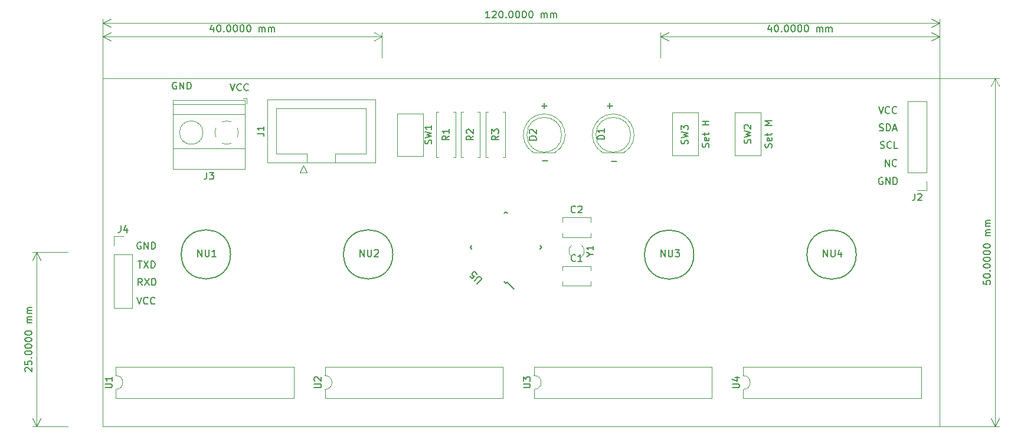
<source format=gbr>
G04 #@! TF.GenerationSoftware,KiCad,Pcbnew,6.0.4-6f826c9f35~116~ubuntu20.04.1*
G04 #@! TF.CreationDate,2022-04-08T21:02:54+02:00*
G04 #@! TF.ProjectId,numitron clock-rotated-numitrons,6e756d69-7472-46f6-9e20-636c6f636b2d,rev?*
G04 #@! TF.SameCoordinates,Original*
G04 #@! TF.FileFunction,Legend,Top*
G04 #@! TF.FilePolarity,Positive*
%FSLAX46Y46*%
G04 Gerber Fmt 4.6, Leading zero omitted, Abs format (unit mm)*
G04 Created by KiCad (PCBNEW 6.0.4-6f826c9f35~116~ubuntu20.04.1) date 2022-04-08 21:02:54*
%MOMM*%
%LPD*%
G01*
G04 APERTURE LIST*
%ADD10C,0.120000*%
%ADD11C,0.150000*%
G04 APERTURE END LIST*
D10*
X100000000Y-130000000D02*
X100000000Y-80000000D01*
X100000000Y-80000000D02*
X220000000Y-80000000D01*
X220000000Y-80000000D02*
X220000000Y-130000000D01*
X220000000Y-130000000D02*
X100000000Y-130000000D01*
D11*
X105633333Y-109752380D02*
X105300000Y-109276190D01*
X105061904Y-109752380D02*
X105061904Y-108752380D01*
X105442857Y-108752380D01*
X105538095Y-108800000D01*
X105585714Y-108847619D01*
X105633333Y-108942857D01*
X105633333Y-109085714D01*
X105585714Y-109180952D01*
X105538095Y-109228571D01*
X105442857Y-109276190D01*
X105061904Y-109276190D01*
X105966666Y-108752380D02*
X106633333Y-109752380D01*
X106633333Y-108752380D02*
X105966666Y-109752380D01*
X107014285Y-109752380D02*
X107014285Y-108752380D01*
X107252380Y-108752380D01*
X107395238Y-108800000D01*
X107490476Y-108895238D01*
X107538095Y-108990476D01*
X107585714Y-109180952D01*
X107585714Y-109323809D01*
X107538095Y-109514285D01*
X107490476Y-109609523D01*
X107395238Y-109704761D01*
X107252380Y-109752380D01*
X107014285Y-109752380D01*
X211509523Y-90004761D02*
X211652380Y-90052380D01*
X211890476Y-90052380D01*
X211985714Y-90004761D01*
X212033333Y-89957142D01*
X212080952Y-89861904D01*
X212080952Y-89766666D01*
X212033333Y-89671428D01*
X211985714Y-89623809D01*
X211890476Y-89576190D01*
X211700000Y-89528571D01*
X211604761Y-89480952D01*
X211557142Y-89433333D01*
X211509523Y-89338095D01*
X211509523Y-89242857D01*
X211557142Y-89147619D01*
X211604761Y-89100000D01*
X211700000Y-89052380D01*
X211938095Y-89052380D01*
X212080952Y-89100000D01*
X213080952Y-89957142D02*
X213033333Y-90004761D01*
X212890476Y-90052380D01*
X212795238Y-90052380D01*
X212652380Y-90004761D01*
X212557142Y-89909523D01*
X212509523Y-89814285D01*
X212461904Y-89623809D01*
X212461904Y-89480952D01*
X212509523Y-89290476D01*
X212557142Y-89195238D01*
X212652380Y-89100000D01*
X212795238Y-89052380D01*
X212890476Y-89052380D01*
X213033333Y-89100000D01*
X213080952Y-89147619D01*
X213985714Y-90052380D02*
X213509523Y-90052380D01*
X213509523Y-89052380D01*
X211385714Y-87504761D02*
X211528571Y-87552380D01*
X211766666Y-87552380D01*
X211861904Y-87504761D01*
X211909523Y-87457142D01*
X211957142Y-87361904D01*
X211957142Y-87266666D01*
X211909523Y-87171428D01*
X211861904Y-87123809D01*
X211766666Y-87076190D01*
X211576190Y-87028571D01*
X211480952Y-86980952D01*
X211433333Y-86933333D01*
X211385714Y-86838095D01*
X211385714Y-86742857D01*
X211433333Y-86647619D01*
X211480952Y-86600000D01*
X211576190Y-86552380D01*
X211814285Y-86552380D01*
X211957142Y-86600000D01*
X212385714Y-87552380D02*
X212385714Y-86552380D01*
X212623809Y-86552380D01*
X212766666Y-86600000D01*
X212861904Y-86695238D01*
X212909523Y-86790476D01*
X212957142Y-86980952D01*
X212957142Y-87123809D01*
X212909523Y-87314285D01*
X212861904Y-87409523D01*
X212766666Y-87504761D01*
X212623809Y-87552380D01*
X212385714Y-87552380D01*
X213338095Y-87266666D02*
X213814285Y-87266666D01*
X213242857Y-87552380D02*
X213576190Y-86552380D01*
X213909523Y-87552380D01*
X172919047Y-91971428D02*
X173680952Y-91971428D01*
X105038095Y-106252380D02*
X105609523Y-106252380D01*
X105323809Y-107252380D02*
X105323809Y-106252380D01*
X105847619Y-106252380D02*
X106514285Y-107252380D01*
X106514285Y-106252380D02*
X105847619Y-107252380D01*
X106895238Y-107252380D02*
X106895238Y-106252380D01*
X107133333Y-106252380D01*
X107276190Y-106300000D01*
X107371428Y-106395238D01*
X107419047Y-106490476D01*
X107466666Y-106680952D01*
X107466666Y-106823809D01*
X107419047Y-107014285D01*
X107371428Y-107109523D01*
X107276190Y-107204761D01*
X107133333Y-107252380D01*
X106895238Y-107252380D01*
X163019047Y-91871428D02*
X163780952Y-91871428D01*
X105438095Y-103600000D02*
X105342857Y-103552380D01*
X105200000Y-103552380D01*
X105057142Y-103600000D01*
X104961904Y-103695238D01*
X104914285Y-103790476D01*
X104866666Y-103980952D01*
X104866666Y-104123809D01*
X104914285Y-104314285D01*
X104961904Y-104409523D01*
X105057142Y-104504761D01*
X105200000Y-104552380D01*
X105295238Y-104552380D01*
X105438095Y-104504761D01*
X105485714Y-104457142D01*
X105485714Y-104123809D01*
X105295238Y-104123809D01*
X105914285Y-104552380D02*
X105914285Y-103552380D01*
X106485714Y-104552380D01*
X106485714Y-103552380D01*
X106961904Y-104552380D02*
X106961904Y-103552380D01*
X107200000Y-103552380D01*
X107342857Y-103600000D01*
X107438095Y-103695238D01*
X107485714Y-103790476D01*
X107533333Y-103980952D01*
X107533333Y-104123809D01*
X107485714Y-104314285D01*
X107438095Y-104409523D01*
X107342857Y-104504761D01*
X107200000Y-104552380D01*
X106961904Y-104552380D01*
X172319047Y-83971428D02*
X173080952Y-83971428D01*
X172700000Y-84352380D02*
X172700000Y-83590476D01*
X212214285Y-92652380D02*
X212214285Y-91652380D01*
X212785714Y-92652380D01*
X212785714Y-91652380D01*
X213833333Y-92557142D02*
X213785714Y-92604761D01*
X213642857Y-92652380D01*
X213547619Y-92652380D01*
X213404761Y-92604761D01*
X213309523Y-92509523D01*
X213261904Y-92414285D01*
X213214285Y-92223809D01*
X213214285Y-92080952D01*
X213261904Y-91890476D01*
X213309523Y-91795238D01*
X213404761Y-91700000D01*
X213547619Y-91652380D01*
X213642857Y-91652380D01*
X213785714Y-91700000D01*
X213833333Y-91747619D01*
X118266666Y-80752380D02*
X118600000Y-81752380D01*
X118933333Y-80752380D01*
X119838095Y-81657142D02*
X119790476Y-81704761D01*
X119647619Y-81752380D01*
X119552380Y-81752380D01*
X119409523Y-81704761D01*
X119314285Y-81609523D01*
X119266666Y-81514285D01*
X119219047Y-81323809D01*
X119219047Y-81180952D01*
X119266666Y-80990476D01*
X119314285Y-80895238D01*
X119409523Y-80800000D01*
X119552380Y-80752380D01*
X119647619Y-80752380D01*
X119790476Y-80800000D01*
X119838095Y-80847619D01*
X120838095Y-81657142D02*
X120790476Y-81704761D01*
X120647619Y-81752380D01*
X120552380Y-81752380D01*
X120409523Y-81704761D01*
X120314285Y-81609523D01*
X120266666Y-81514285D01*
X120219047Y-81323809D01*
X120219047Y-81180952D01*
X120266666Y-80990476D01*
X120314285Y-80895238D01*
X120409523Y-80800000D01*
X120552380Y-80752380D01*
X120647619Y-80752380D01*
X120790476Y-80800000D01*
X120838095Y-80847619D01*
X104866666Y-111452380D02*
X105200000Y-112452380D01*
X105533333Y-111452380D01*
X106438095Y-112357142D02*
X106390476Y-112404761D01*
X106247619Y-112452380D01*
X106152380Y-112452380D01*
X106009523Y-112404761D01*
X105914285Y-112309523D01*
X105866666Y-112214285D01*
X105819047Y-112023809D01*
X105819047Y-111880952D01*
X105866666Y-111690476D01*
X105914285Y-111595238D01*
X106009523Y-111500000D01*
X106152380Y-111452380D01*
X106247619Y-111452380D01*
X106390476Y-111500000D01*
X106438095Y-111547619D01*
X107438095Y-112357142D02*
X107390476Y-112404761D01*
X107247619Y-112452380D01*
X107152380Y-112452380D01*
X107009523Y-112404761D01*
X106914285Y-112309523D01*
X106866666Y-112214285D01*
X106819047Y-112023809D01*
X106819047Y-111880952D01*
X106866666Y-111690476D01*
X106914285Y-111595238D01*
X107009523Y-111500000D01*
X107152380Y-111452380D01*
X107247619Y-111452380D01*
X107390476Y-111500000D01*
X107438095Y-111547619D01*
X110538095Y-80600000D02*
X110442857Y-80552380D01*
X110300000Y-80552380D01*
X110157142Y-80600000D01*
X110061904Y-80695238D01*
X110014285Y-80790476D01*
X109966666Y-80980952D01*
X109966666Y-81123809D01*
X110014285Y-81314285D01*
X110061904Y-81409523D01*
X110157142Y-81504761D01*
X110300000Y-81552380D01*
X110395238Y-81552380D01*
X110538095Y-81504761D01*
X110585714Y-81457142D01*
X110585714Y-81123809D01*
X110395238Y-81123809D01*
X111014285Y-81552380D02*
X111014285Y-80552380D01*
X111585714Y-81552380D01*
X111585714Y-80552380D01*
X112061904Y-81552380D02*
X112061904Y-80552380D01*
X112300000Y-80552380D01*
X112442857Y-80600000D01*
X112538095Y-80695238D01*
X112585714Y-80790476D01*
X112633333Y-80980952D01*
X112633333Y-81123809D01*
X112585714Y-81314285D01*
X112538095Y-81409523D01*
X112442857Y-81504761D01*
X112300000Y-81552380D01*
X112061904Y-81552380D01*
X162919047Y-83971428D02*
X163680952Y-83971428D01*
X163300000Y-84352380D02*
X163300000Y-83590476D01*
X211266666Y-84052380D02*
X211600000Y-85052380D01*
X211933333Y-84052380D01*
X212838095Y-84957142D02*
X212790476Y-85004761D01*
X212647619Y-85052380D01*
X212552380Y-85052380D01*
X212409523Y-85004761D01*
X212314285Y-84909523D01*
X212266666Y-84814285D01*
X212219047Y-84623809D01*
X212219047Y-84480952D01*
X212266666Y-84290476D01*
X212314285Y-84195238D01*
X212409523Y-84100000D01*
X212552380Y-84052380D01*
X212647619Y-84052380D01*
X212790476Y-84100000D01*
X212838095Y-84147619D01*
X213838095Y-84957142D02*
X213790476Y-85004761D01*
X213647619Y-85052380D01*
X213552380Y-85052380D01*
X213409523Y-85004761D01*
X213314285Y-84909523D01*
X213266666Y-84814285D01*
X213219047Y-84623809D01*
X213219047Y-84480952D01*
X213266666Y-84290476D01*
X213314285Y-84195238D01*
X213409523Y-84100000D01*
X213552380Y-84052380D01*
X213647619Y-84052380D01*
X213790476Y-84100000D01*
X213838095Y-84147619D01*
X211838095Y-94300000D02*
X211742857Y-94252380D01*
X211600000Y-94252380D01*
X211457142Y-94300000D01*
X211361904Y-94395238D01*
X211314285Y-94490476D01*
X211266666Y-94680952D01*
X211266666Y-94823809D01*
X211314285Y-95014285D01*
X211361904Y-95109523D01*
X211457142Y-95204761D01*
X211600000Y-95252380D01*
X211695238Y-95252380D01*
X211838095Y-95204761D01*
X211885714Y-95157142D01*
X211885714Y-94823809D01*
X211695238Y-94823809D01*
X212314285Y-95252380D02*
X212314285Y-94252380D01*
X212885714Y-95252380D01*
X212885714Y-94252380D01*
X213361904Y-95252380D02*
X213361904Y-94252380D01*
X213600000Y-94252380D01*
X213742857Y-94300000D01*
X213838095Y-94395238D01*
X213885714Y-94490476D01*
X213933333Y-94680952D01*
X213933333Y-94823809D01*
X213885714Y-95014285D01*
X213838095Y-95109523D01*
X213742857Y-95204761D01*
X213600000Y-95252380D01*
X213361904Y-95252380D01*
X115857142Y-72635714D02*
X115857142Y-73302380D01*
X115619047Y-72254761D02*
X115380952Y-72969047D01*
X116000000Y-72969047D01*
X116571428Y-72302380D02*
X116666666Y-72302380D01*
X116761904Y-72350000D01*
X116809523Y-72397619D01*
X116857142Y-72492857D01*
X116904761Y-72683333D01*
X116904761Y-72921428D01*
X116857142Y-73111904D01*
X116809523Y-73207142D01*
X116761904Y-73254761D01*
X116666666Y-73302380D01*
X116571428Y-73302380D01*
X116476190Y-73254761D01*
X116428571Y-73207142D01*
X116380952Y-73111904D01*
X116333333Y-72921428D01*
X116333333Y-72683333D01*
X116380952Y-72492857D01*
X116428571Y-72397619D01*
X116476190Y-72350000D01*
X116571428Y-72302380D01*
X117333333Y-73207142D02*
X117380952Y-73254761D01*
X117333333Y-73302380D01*
X117285714Y-73254761D01*
X117333333Y-73207142D01*
X117333333Y-73302380D01*
X118000000Y-72302380D02*
X118095238Y-72302380D01*
X118190476Y-72350000D01*
X118238095Y-72397619D01*
X118285714Y-72492857D01*
X118333333Y-72683333D01*
X118333333Y-72921428D01*
X118285714Y-73111904D01*
X118238095Y-73207142D01*
X118190476Y-73254761D01*
X118095238Y-73302380D01*
X118000000Y-73302380D01*
X117904761Y-73254761D01*
X117857142Y-73207142D01*
X117809523Y-73111904D01*
X117761904Y-72921428D01*
X117761904Y-72683333D01*
X117809523Y-72492857D01*
X117857142Y-72397619D01*
X117904761Y-72350000D01*
X118000000Y-72302380D01*
X118952380Y-72302380D02*
X119047619Y-72302380D01*
X119142857Y-72350000D01*
X119190476Y-72397619D01*
X119238095Y-72492857D01*
X119285714Y-72683333D01*
X119285714Y-72921428D01*
X119238095Y-73111904D01*
X119190476Y-73207142D01*
X119142857Y-73254761D01*
X119047619Y-73302380D01*
X118952380Y-73302380D01*
X118857142Y-73254761D01*
X118809523Y-73207142D01*
X118761904Y-73111904D01*
X118714285Y-72921428D01*
X118714285Y-72683333D01*
X118761904Y-72492857D01*
X118809523Y-72397619D01*
X118857142Y-72350000D01*
X118952380Y-72302380D01*
X119904761Y-72302380D02*
X120000000Y-72302380D01*
X120095238Y-72350000D01*
X120142857Y-72397619D01*
X120190476Y-72492857D01*
X120238095Y-72683333D01*
X120238095Y-72921428D01*
X120190476Y-73111904D01*
X120142857Y-73207142D01*
X120095238Y-73254761D01*
X120000000Y-73302380D01*
X119904761Y-73302380D01*
X119809523Y-73254761D01*
X119761904Y-73207142D01*
X119714285Y-73111904D01*
X119666666Y-72921428D01*
X119666666Y-72683333D01*
X119714285Y-72492857D01*
X119761904Y-72397619D01*
X119809523Y-72350000D01*
X119904761Y-72302380D01*
X120857142Y-72302380D02*
X120952380Y-72302380D01*
X121047619Y-72350000D01*
X121095238Y-72397619D01*
X121142857Y-72492857D01*
X121190476Y-72683333D01*
X121190476Y-72921428D01*
X121142857Y-73111904D01*
X121095238Y-73207142D01*
X121047619Y-73254761D01*
X120952380Y-73302380D01*
X120857142Y-73302380D01*
X120761904Y-73254761D01*
X120714285Y-73207142D01*
X120666666Y-73111904D01*
X120619047Y-72921428D01*
X120619047Y-72683333D01*
X120666666Y-72492857D01*
X120714285Y-72397619D01*
X120761904Y-72350000D01*
X120857142Y-72302380D01*
X122380952Y-73302380D02*
X122380952Y-72635714D01*
X122380952Y-72730952D02*
X122428571Y-72683333D01*
X122523809Y-72635714D01*
X122666666Y-72635714D01*
X122761904Y-72683333D01*
X122809523Y-72778571D01*
X122809523Y-73302380D01*
X122809523Y-72778571D02*
X122857142Y-72683333D01*
X122952380Y-72635714D01*
X123095238Y-72635714D01*
X123190476Y-72683333D01*
X123238095Y-72778571D01*
X123238095Y-73302380D01*
X123714285Y-73302380D02*
X123714285Y-72635714D01*
X123714285Y-72730952D02*
X123761904Y-72683333D01*
X123857142Y-72635714D01*
X124000000Y-72635714D01*
X124095238Y-72683333D01*
X124142857Y-72778571D01*
X124142857Y-73302380D01*
X124142857Y-72778571D02*
X124190476Y-72683333D01*
X124285714Y-72635714D01*
X124428571Y-72635714D01*
X124523809Y-72683333D01*
X124571428Y-72778571D01*
X124571428Y-73302380D01*
D10*
X140000000Y-77000000D02*
X140000000Y-73413580D01*
X100000000Y-77000000D02*
X100000000Y-73413580D01*
X140000000Y-74000000D02*
X100000000Y-74000000D01*
X140000000Y-74000000D02*
X100000000Y-74000000D01*
X140000000Y-74000000D02*
X138873496Y-73413579D01*
X140000000Y-74000000D02*
X138873496Y-74586421D01*
X100000000Y-74000000D02*
X101126504Y-74586421D01*
X100000000Y-74000000D02*
X101126504Y-73413579D01*
D11*
X195857142Y-72635714D02*
X195857142Y-73302380D01*
X195619047Y-72254761D02*
X195380952Y-72969047D01*
X196000000Y-72969047D01*
X196571428Y-72302380D02*
X196666666Y-72302380D01*
X196761904Y-72350000D01*
X196809523Y-72397619D01*
X196857142Y-72492857D01*
X196904761Y-72683333D01*
X196904761Y-72921428D01*
X196857142Y-73111904D01*
X196809523Y-73207142D01*
X196761904Y-73254761D01*
X196666666Y-73302380D01*
X196571428Y-73302380D01*
X196476190Y-73254761D01*
X196428571Y-73207142D01*
X196380952Y-73111904D01*
X196333333Y-72921428D01*
X196333333Y-72683333D01*
X196380952Y-72492857D01*
X196428571Y-72397619D01*
X196476190Y-72350000D01*
X196571428Y-72302380D01*
X197333333Y-73207142D02*
X197380952Y-73254761D01*
X197333333Y-73302380D01*
X197285714Y-73254761D01*
X197333333Y-73207142D01*
X197333333Y-73302380D01*
X198000000Y-72302380D02*
X198095238Y-72302380D01*
X198190476Y-72350000D01*
X198238095Y-72397619D01*
X198285714Y-72492857D01*
X198333333Y-72683333D01*
X198333333Y-72921428D01*
X198285714Y-73111904D01*
X198238095Y-73207142D01*
X198190476Y-73254761D01*
X198095238Y-73302380D01*
X198000000Y-73302380D01*
X197904761Y-73254761D01*
X197857142Y-73207142D01*
X197809523Y-73111904D01*
X197761904Y-72921428D01*
X197761904Y-72683333D01*
X197809523Y-72492857D01*
X197857142Y-72397619D01*
X197904761Y-72350000D01*
X198000000Y-72302380D01*
X198952380Y-72302380D02*
X199047619Y-72302380D01*
X199142857Y-72350000D01*
X199190476Y-72397619D01*
X199238095Y-72492857D01*
X199285714Y-72683333D01*
X199285714Y-72921428D01*
X199238095Y-73111904D01*
X199190476Y-73207142D01*
X199142857Y-73254761D01*
X199047619Y-73302380D01*
X198952380Y-73302380D01*
X198857142Y-73254761D01*
X198809523Y-73207142D01*
X198761904Y-73111904D01*
X198714285Y-72921428D01*
X198714285Y-72683333D01*
X198761904Y-72492857D01*
X198809523Y-72397619D01*
X198857142Y-72350000D01*
X198952380Y-72302380D01*
X199904761Y-72302380D02*
X200000000Y-72302380D01*
X200095238Y-72350000D01*
X200142857Y-72397619D01*
X200190476Y-72492857D01*
X200238095Y-72683333D01*
X200238095Y-72921428D01*
X200190476Y-73111904D01*
X200142857Y-73207142D01*
X200095238Y-73254761D01*
X200000000Y-73302380D01*
X199904761Y-73302380D01*
X199809523Y-73254761D01*
X199761904Y-73207142D01*
X199714285Y-73111904D01*
X199666666Y-72921428D01*
X199666666Y-72683333D01*
X199714285Y-72492857D01*
X199761904Y-72397619D01*
X199809523Y-72350000D01*
X199904761Y-72302380D01*
X200857142Y-72302380D02*
X200952380Y-72302380D01*
X201047619Y-72350000D01*
X201095238Y-72397619D01*
X201142857Y-72492857D01*
X201190476Y-72683333D01*
X201190476Y-72921428D01*
X201142857Y-73111904D01*
X201095238Y-73207142D01*
X201047619Y-73254761D01*
X200952380Y-73302380D01*
X200857142Y-73302380D01*
X200761904Y-73254761D01*
X200714285Y-73207142D01*
X200666666Y-73111904D01*
X200619047Y-72921428D01*
X200619047Y-72683333D01*
X200666666Y-72492857D01*
X200714285Y-72397619D01*
X200761904Y-72350000D01*
X200857142Y-72302380D01*
X202380952Y-73302380D02*
X202380952Y-72635714D01*
X202380952Y-72730952D02*
X202428571Y-72683333D01*
X202523809Y-72635714D01*
X202666666Y-72635714D01*
X202761904Y-72683333D01*
X202809523Y-72778571D01*
X202809523Y-73302380D01*
X202809523Y-72778571D02*
X202857142Y-72683333D01*
X202952380Y-72635714D01*
X203095238Y-72635714D01*
X203190476Y-72683333D01*
X203238095Y-72778571D01*
X203238095Y-73302380D01*
X203714285Y-73302380D02*
X203714285Y-72635714D01*
X203714285Y-72730952D02*
X203761904Y-72683333D01*
X203857142Y-72635714D01*
X204000000Y-72635714D01*
X204095238Y-72683333D01*
X204142857Y-72778571D01*
X204142857Y-73302380D01*
X204142857Y-72778571D02*
X204190476Y-72683333D01*
X204285714Y-72635714D01*
X204428571Y-72635714D01*
X204523809Y-72683333D01*
X204571428Y-72778571D01*
X204571428Y-73302380D01*
D10*
X180000000Y-77000000D02*
X180000000Y-73413580D01*
X220000000Y-77000000D02*
X220000000Y-73413580D01*
X180000000Y-74000000D02*
X220000000Y-74000000D01*
X180000000Y-74000000D02*
X220000000Y-74000000D01*
X180000000Y-74000000D02*
X181126504Y-74586421D01*
X180000000Y-74000000D02*
X181126504Y-73413579D01*
X220000000Y-74000000D02*
X218873496Y-73413579D01*
X220000000Y-74000000D02*
X218873496Y-74586421D01*
D11*
X88897619Y-122119047D02*
X88850000Y-122071428D01*
X88802380Y-121976190D01*
X88802380Y-121738095D01*
X88850000Y-121642857D01*
X88897619Y-121595238D01*
X88992857Y-121547619D01*
X89088095Y-121547619D01*
X89230952Y-121595238D01*
X89802380Y-122166666D01*
X89802380Y-121547619D01*
X88802380Y-120642857D02*
X88802380Y-121119047D01*
X89278571Y-121166666D01*
X89230952Y-121119047D01*
X89183333Y-121023809D01*
X89183333Y-120785714D01*
X89230952Y-120690476D01*
X89278571Y-120642857D01*
X89373809Y-120595238D01*
X89611904Y-120595238D01*
X89707142Y-120642857D01*
X89754761Y-120690476D01*
X89802380Y-120785714D01*
X89802380Y-121023809D01*
X89754761Y-121119047D01*
X89707142Y-121166666D01*
X89707142Y-120166666D02*
X89754761Y-120119047D01*
X89802380Y-120166666D01*
X89754761Y-120214285D01*
X89707142Y-120166666D01*
X89802380Y-120166666D01*
X88802380Y-119500000D02*
X88802380Y-119404761D01*
X88850000Y-119309523D01*
X88897619Y-119261904D01*
X88992857Y-119214285D01*
X89183333Y-119166666D01*
X89421428Y-119166666D01*
X89611904Y-119214285D01*
X89707142Y-119261904D01*
X89754761Y-119309523D01*
X89802380Y-119404761D01*
X89802380Y-119500000D01*
X89754761Y-119595238D01*
X89707142Y-119642857D01*
X89611904Y-119690476D01*
X89421428Y-119738095D01*
X89183333Y-119738095D01*
X88992857Y-119690476D01*
X88897619Y-119642857D01*
X88850000Y-119595238D01*
X88802380Y-119500000D01*
X88802380Y-118547619D02*
X88802380Y-118452380D01*
X88850000Y-118357142D01*
X88897619Y-118309523D01*
X88992857Y-118261904D01*
X89183333Y-118214285D01*
X89421428Y-118214285D01*
X89611904Y-118261904D01*
X89707142Y-118309523D01*
X89754761Y-118357142D01*
X89802380Y-118452380D01*
X89802380Y-118547619D01*
X89754761Y-118642857D01*
X89707142Y-118690476D01*
X89611904Y-118738095D01*
X89421428Y-118785714D01*
X89183333Y-118785714D01*
X88992857Y-118738095D01*
X88897619Y-118690476D01*
X88850000Y-118642857D01*
X88802380Y-118547619D01*
X88802380Y-117595238D02*
X88802380Y-117500000D01*
X88850000Y-117404761D01*
X88897619Y-117357142D01*
X88992857Y-117309523D01*
X89183333Y-117261904D01*
X89421428Y-117261904D01*
X89611904Y-117309523D01*
X89707142Y-117357142D01*
X89754761Y-117404761D01*
X89802380Y-117500000D01*
X89802380Y-117595238D01*
X89754761Y-117690476D01*
X89707142Y-117738095D01*
X89611904Y-117785714D01*
X89421428Y-117833333D01*
X89183333Y-117833333D01*
X88992857Y-117785714D01*
X88897619Y-117738095D01*
X88850000Y-117690476D01*
X88802380Y-117595238D01*
X88802380Y-116642857D02*
X88802380Y-116547619D01*
X88850000Y-116452380D01*
X88897619Y-116404761D01*
X88992857Y-116357142D01*
X89183333Y-116309523D01*
X89421428Y-116309523D01*
X89611904Y-116357142D01*
X89707142Y-116404761D01*
X89754761Y-116452380D01*
X89802380Y-116547619D01*
X89802380Y-116642857D01*
X89754761Y-116738095D01*
X89707142Y-116785714D01*
X89611904Y-116833333D01*
X89421428Y-116880952D01*
X89183333Y-116880952D01*
X88992857Y-116833333D01*
X88897619Y-116785714D01*
X88850000Y-116738095D01*
X88802380Y-116642857D01*
X89802380Y-115119047D02*
X89135714Y-115119047D01*
X89230952Y-115119047D02*
X89183333Y-115071428D01*
X89135714Y-114976190D01*
X89135714Y-114833333D01*
X89183333Y-114738095D01*
X89278571Y-114690476D01*
X89802380Y-114690476D01*
X89278571Y-114690476D02*
X89183333Y-114642857D01*
X89135714Y-114547619D01*
X89135714Y-114404761D01*
X89183333Y-114309523D01*
X89278571Y-114261904D01*
X89802380Y-114261904D01*
X89802380Y-113785714D02*
X89135714Y-113785714D01*
X89230952Y-113785714D02*
X89183333Y-113738095D01*
X89135714Y-113642857D01*
X89135714Y-113500000D01*
X89183333Y-113404761D01*
X89278571Y-113357142D01*
X89802380Y-113357142D01*
X89278571Y-113357142D02*
X89183333Y-113309523D01*
X89135714Y-113214285D01*
X89135714Y-113071428D01*
X89183333Y-112976190D01*
X89278571Y-112928571D01*
X89802380Y-112928571D01*
D10*
X95000000Y-105000000D02*
X89913580Y-105000000D01*
X95000000Y-130000000D02*
X89913580Y-130000000D01*
X90500000Y-105000000D02*
X90500000Y-130000000D01*
X90500000Y-105000000D02*
X90500000Y-130000000D01*
X90500000Y-105000000D02*
X89913579Y-106126504D01*
X90500000Y-105000000D02*
X91086421Y-106126504D01*
X90500000Y-130000000D02*
X91086421Y-128873496D01*
X90500000Y-130000000D02*
X89913579Y-128873496D01*
D11*
X155476190Y-71302380D02*
X154904761Y-71302380D01*
X155190476Y-71302380D02*
X155190476Y-70302380D01*
X155095238Y-70445238D01*
X155000000Y-70540476D01*
X154904761Y-70588095D01*
X155857142Y-70397619D02*
X155904761Y-70350000D01*
X156000000Y-70302380D01*
X156238095Y-70302380D01*
X156333333Y-70350000D01*
X156380952Y-70397619D01*
X156428571Y-70492857D01*
X156428571Y-70588095D01*
X156380952Y-70730952D01*
X155809523Y-71302380D01*
X156428571Y-71302380D01*
X157047619Y-70302380D02*
X157142857Y-70302380D01*
X157238095Y-70350000D01*
X157285714Y-70397619D01*
X157333333Y-70492857D01*
X157380952Y-70683333D01*
X157380952Y-70921428D01*
X157333333Y-71111904D01*
X157285714Y-71207142D01*
X157238095Y-71254761D01*
X157142857Y-71302380D01*
X157047619Y-71302380D01*
X156952380Y-71254761D01*
X156904761Y-71207142D01*
X156857142Y-71111904D01*
X156809523Y-70921428D01*
X156809523Y-70683333D01*
X156857142Y-70492857D01*
X156904761Y-70397619D01*
X156952380Y-70350000D01*
X157047619Y-70302380D01*
X157809523Y-71207142D02*
X157857142Y-71254761D01*
X157809523Y-71302380D01*
X157761904Y-71254761D01*
X157809523Y-71207142D01*
X157809523Y-71302380D01*
X158476190Y-70302380D02*
X158571428Y-70302380D01*
X158666666Y-70350000D01*
X158714285Y-70397619D01*
X158761904Y-70492857D01*
X158809523Y-70683333D01*
X158809523Y-70921428D01*
X158761904Y-71111904D01*
X158714285Y-71207142D01*
X158666666Y-71254761D01*
X158571428Y-71302380D01*
X158476190Y-71302380D01*
X158380952Y-71254761D01*
X158333333Y-71207142D01*
X158285714Y-71111904D01*
X158238095Y-70921428D01*
X158238095Y-70683333D01*
X158285714Y-70492857D01*
X158333333Y-70397619D01*
X158380952Y-70350000D01*
X158476190Y-70302380D01*
X159428571Y-70302380D02*
X159523809Y-70302380D01*
X159619047Y-70350000D01*
X159666666Y-70397619D01*
X159714285Y-70492857D01*
X159761904Y-70683333D01*
X159761904Y-70921428D01*
X159714285Y-71111904D01*
X159666666Y-71207142D01*
X159619047Y-71254761D01*
X159523809Y-71302380D01*
X159428571Y-71302380D01*
X159333333Y-71254761D01*
X159285714Y-71207142D01*
X159238095Y-71111904D01*
X159190476Y-70921428D01*
X159190476Y-70683333D01*
X159238095Y-70492857D01*
X159285714Y-70397619D01*
X159333333Y-70350000D01*
X159428571Y-70302380D01*
X160380952Y-70302380D02*
X160476190Y-70302380D01*
X160571428Y-70350000D01*
X160619047Y-70397619D01*
X160666666Y-70492857D01*
X160714285Y-70683333D01*
X160714285Y-70921428D01*
X160666666Y-71111904D01*
X160619047Y-71207142D01*
X160571428Y-71254761D01*
X160476190Y-71302380D01*
X160380952Y-71302380D01*
X160285714Y-71254761D01*
X160238095Y-71207142D01*
X160190476Y-71111904D01*
X160142857Y-70921428D01*
X160142857Y-70683333D01*
X160190476Y-70492857D01*
X160238095Y-70397619D01*
X160285714Y-70350000D01*
X160380952Y-70302380D01*
X161333333Y-70302380D02*
X161428571Y-70302380D01*
X161523809Y-70350000D01*
X161571428Y-70397619D01*
X161619047Y-70492857D01*
X161666666Y-70683333D01*
X161666666Y-70921428D01*
X161619047Y-71111904D01*
X161571428Y-71207142D01*
X161523809Y-71254761D01*
X161428571Y-71302380D01*
X161333333Y-71302380D01*
X161238095Y-71254761D01*
X161190476Y-71207142D01*
X161142857Y-71111904D01*
X161095238Y-70921428D01*
X161095238Y-70683333D01*
X161142857Y-70492857D01*
X161190476Y-70397619D01*
X161238095Y-70350000D01*
X161333333Y-70302380D01*
X162857142Y-71302380D02*
X162857142Y-70635714D01*
X162857142Y-70730952D02*
X162904761Y-70683333D01*
X163000000Y-70635714D01*
X163142857Y-70635714D01*
X163238095Y-70683333D01*
X163285714Y-70778571D01*
X163285714Y-71302380D01*
X163285714Y-70778571D02*
X163333333Y-70683333D01*
X163428571Y-70635714D01*
X163571428Y-70635714D01*
X163666666Y-70683333D01*
X163714285Y-70778571D01*
X163714285Y-71302380D01*
X164190476Y-71302380D02*
X164190476Y-70635714D01*
X164190476Y-70730952D02*
X164238095Y-70683333D01*
X164333333Y-70635714D01*
X164476190Y-70635714D01*
X164571428Y-70683333D01*
X164619047Y-70778571D01*
X164619047Y-71302380D01*
X164619047Y-70778571D02*
X164666666Y-70683333D01*
X164761904Y-70635714D01*
X164904761Y-70635714D01*
X165000000Y-70683333D01*
X165047619Y-70778571D01*
X165047619Y-71302380D01*
D10*
X220000000Y-80000000D02*
X220000000Y-71413580D01*
X100000000Y-80000000D02*
X100000000Y-71413580D01*
X220000000Y-72000000D02*
X100000000Y-72000000D01*
X220000000Y-72000000D02*
X100000000Y-72000000D01*
X220000000Y-72000000D02*
X218873496Y-71413579D01*
X220000000Y-72000000D02*
X218873496Y-72586421D01*
X100000000Y-72000000D02*
X101126504Y-72586421D01*
X100000000Y-72000000D02*
X101126504Y-71413579D01*
D11*
X226302380Y-109095238D02*
X226302380Y-109571428D01*
X226778571Y-109619047D01*
X226730952Y-109571428D01*
X226683333Y-109476190D01*
X226683333Y-109238095D01*
X226730952Y-109142857D01*
X226778571Y-109095238D01*
X226873809Y-109047619D01*
X227111904Y-109047619D01*
X227207142Y-109095238D01*
X227254761Y-109142857D01*
X227302380Y-109238095D01*
X227302380Y-109476190D01*
X227254761Y-109571428D01*
X227207142Y-109619047D01*
X226302380Y-108428571D02*
X226302380Y-108333333D01*
X226350000Y-108238095D01*
X226397619Y-108190476D01*
X226492857Y-108142857D01*
X226683333Y-108095238D01*
X226921428Y-108095238D01*
X227111904Y-108142857D01*
X227207142Y-108190476D01*
X227254761Y-108238095D01*
X227302380Y-108333333D01*
X227302380Y-108428571D01*
X227254761Y-108523809D01*
X227207142Y-108571428D01*
X227111904Y-108619047D01*
X226921428Y-108666666D01*
X226683333Y-108666666D01*
X226492857Y-108619047D01*
X226397619Y-108571428D01*
X226350000Y-108523809D01*
X226302380Y-108428571D01*
X227207142Y-107666666D02*
X227254761Y-107619047D01*
X227302380Y-107666666D01*
X227254761Y-107714285D01*
X227207142Y-107666666D01*
X227302380Y-107666666D01*
X226302380Y-107000000D02*
X226302380Y-106904761D01*
X226350000Y-106809523D01*
X226397619Y-106761904D01*
X226492857Y-106714285D01*
X226683333Y-106666666D01*
X226921428Y-106666666D01*
X227111904Y-106714285D01*
X227207142Y-106761904D01*
X227254761Y-106809523D01*
X227302380Y-106904761D01*
X227302380Y-107000000D01*
X227254761Y-107095238D01*
X227207142Y-107142857D01*
X227111904Y-107190476D01*
X226921428Y-107238095D01*
X226683333Y-107238095D01*
X226492857Y-107190476D01*
X226397619Y-107142857D01*
X226350000Y-107095238D01*
X226302380Y-107000000D01*
X226302380Y-106047619D02*
X226302380Y-105952380D01*
X226350000Y-105857142D01*
X226397619Y-105809523D01*
X226492857Y-105761904D01*
X226683333Y-105714285D01*
X226921428Y-105714285D01*
X227111904Y-105761904D01*
X227207142Y-105809523D01*
X227254761Y-105857142D01*
X227302380Y-105952380D01*
X227302380Y-106047619D01*
X227254761Y-106142857D01*
X227207142Y-106190476D01*
X227111904Y-106238095D01*
X226921428Y-106285714D01*
X226683333Y-106285714D01*
X226492857Y-106238095D01*
X226397619Y-106190476D01*
X226350000Y-106142857D01*
X226302380Y-106047619D01*
X226302380Y-105095238D02*
X226302380Y-105000000D01*
X226350000Y-104904761D01*
X226397619Y-104857142D01*
X226492857Y-104809523D01*
X226683333Y-104761904D01*
X226921428Y-104761904D01*
X227111904Y-104809523D01*
X227207142Y-104857142D01*
X227254761Y-104904761D01*
X227302380Y-105000000D01*
X227302380Y-105095238D01*
X227254761Y-105190476D01*
X227207142Y-105238095D01*
X227111904Y-105285714D01*
X226921428Y-105333333D01*
X226683333Y-105333333D01*
X226492857Y-105285714D01*
X226397619Y-105238095D01*
X226350000Y-105190476D01*
X226302380Y-105095238D01*
X226302380Y-104142857D02*
X226302380Y-104047619D01*
X226350000Y-103952380D01*
X226397619Y-103904761D01*
X226492857Y-103857142D01*
X226683333Y-103809523D01*
X226921428Y-103809523D01*
X227111904Y-103857142D01*
X227207142Y-103904761D01*
X227254761Y-103952380D01*
X227302380Y-104047619D01*
X227302380Y-104142857D01*
X227254761Y-104238095D01*
X227207142Y-104285714D01*
X227111904Y-104333333D01*
X226921428Y-104380952D01*
X226683333Y-104380952D01*
X226492857Y-104333333D01*
X226397619Y-104285714D01*
X226350000Y-104238095D01*
X226302380Y-104142857D01*
X227302380Y-102619047D02*
X226635714Y-102619047D01*
X226730952Y-102619047D02*
X226683333Y-102571428D01*
X226635714Y-102476190D01*
X226635714Y-102333333D01*
X226683333Y-102238095D01*
X226778571Y-102190476D01*
X227302380Y-102190476D01*
X226778571Y-102190476D02*
X226683333Y-102142857D01*
X226635714Y-102047619D01*
X226635714Y-101904761D01*
X226683333Y-101809523D01*
X226778571Y-101761904D01*
X227302380Y-101761904D01*
X227302380Y-101285714D02*
X226635714Y-101285714D01*
X226730952Y-101285714D02*
X226683333Y-101238095D01*
X226635714Y-101142857D01*
X226635714Y-101000000D01*
X226683333Y-100904761D01*
X226778571Y-100857142D01*
X227302380Y-100857142D01*
X226778571Y-100857142D02*
X226683333Y-100809523D01*
X226635714Y-100714285D01*
X226635714Y-100571428D01*
X226683333Y-100476190D01*
X226778571Y-100428571D01*
X227302380Y-100428571D01*
D10*
X220000000Y-130000000D02*
X228586420Y-130000000D01*
X220000000Y-80000000D02*
X228586420Y-80000000D01*
X228000000Y-130000000D02*
X228000000Y-80000000D01*
X228000000Y-130000000D02*
X228000000Y-80000000D01*
X228000000Y-130000000D02*
X228586421Y-128873496D01*
X228000000Y-130000000D02*
X227413579Y-128873496D01*
X228000000Y-80000000D02*
X227413579Y-81126504D01*
X228000000Y-80000000D02*
X228586421Y-81126504D01*
D11*
X130297380Y-124476904D02*
X131106904Y-124476904D01*
X131202142Y-124429285D01*
X131249761Y-124381666D01*
X131297380Y-124286428D01*
X131297380Y-124095952D01*
X131249761Y-124000714D01*
X131202142Y-123953095D01*
X131106904Y-123905476D01*
X130297380Y-123905476D01*
X130392619Y-123476904D02*
X130345000Y-123429285D01*
X130297380Y-123334047D01*
X130297380Y-123095952D01*
X130345000Y-123000714D01*
X130392619Y-122953095D01*
X130487857Y-122905476D01*
X130583095Y-122905476D01*
X130725952Y-122953095D01*
X131297380Y-123524523D01*
X131297380Y-122905476D01*
X100297380Y-124476904D02*
X101106904Y-124476904D01*
X101202142Y-124429285D01*
X101249761Y-124381666D01*
X101297380Y-124286428D01*
X101297380Y-124095952D01*
X101249761Y-124000714D01*
X101202142Y-123953095D01*
X101106904Y-123905476D01*
X100297380Y-123905476D01*
X101297380Y-122905476D02*
X101297380Y-123476904D01*
X101297380Y-123191190D02*
X100297380Y-123191190D01*
X100440238Y-123286428D01*
X100535476Y-123381666D01*
X100583095Y-123476904D01*
X190297380Y-124476904D02*
X191106904Y-124476904D01*
X191202142Y-124429285D01*
X191249761Y-124381666D01*
X191297380Y-124286428D01*
X191297380Y-124095952D01*
X191249761Y-124000714D01*
X191202142Y-123953095D01*
X191106904Y-123905476D01*
X190297380Y-123905476D01*
X190630714Y-123000714D02*
X191297380Y-123000714D01*
X190249761Y-123238809D02*
X190964047Y-123476904D01*
X190964047Y-122857857D01*
X153673526Y-109503969D02*
X154245946Y-108931549D01*
X154279618Y-108830534D01*
X154279618Y-108763190D01*
X154245946Y-108662175D01*
X154111259Y-108527488D01*
X154010244Y-108493816D01*
X153942900Y-108493816D01*
X153841885Y-108527488D01*
X153269465Y-109099908D01*
X152596030Y-108426473D02*
X152932748Y-108763190D01*
X153303137Y-108460144D01*
X153235794Y-108460144D01*
X153134778Y-108426473D01*
X152966420Y-108258114D01*
X152932748Y-108157099D01*
X152932748Y-108089755D01*
X152966420Y-107988740D01*
X153134778Y-107820381D01*
X153235794Y-107786709D01*
X153303137Y-107786709D01*
X153404152Y-107820381D01*
X153572511Y-107988740D01*
X153606183Y-108089755D01*
X153606183Y-108157099D01*
X203374285Y-105647380D02*
X203374285Y-104647380D01*
X203945714Y-105647380D01*
X203945714Y-104647380D01*
X204421904Y-104647380D02*
X204421904Y-105456904D01*
X204469523Y-105552142D01*
X204517142Y-105599761D01*
X204612380Y-105647380D01*
X204802857Y-105647380D01*
X204898095Y-105599761D01*
X204945714Y-105552142D01*
X204993333Y-105456904D01*
X204993333Y-104647380D01*
X205898095Y-104980714D02*
X205898095Y-105647380D01*
X205660000Y-104599761D02*
X205421904Y-105314047D01*
X206040952Y-105314047D01*
X180074285Y-105647380D02*
X180074285Y-104647380D01*
X180645714Y-105647380D01*
X180645714Y-104647380D01*
X181121904Y-104647380D02*
X181121904Y-105456904D01*
X181169523Y-105552142D01*
X181217142Y-105599761D01*
X181312380Y-105647380D01*
X181502857Y-105647380D01*
X181598095Y-105599761D01*
X181645714Y-105552142D01*
X181693333Y-105456904D01*
X181693333Y-104647380D01*
X182074285Y-104647380D02*
X182693333Y-104647380D01*
X182360000Y-105028333D01*
X182502857Y-105028333D01*
X182598095Y-105075952D01*
X182645714Y-105123571D01*
X182693333Y-105218809D01*
X182693333Y-105456904D01*
X182645714Y-105552142D01*
X182598095Y-105599761D01*
X182502857Y-105647380D01*
X182217142Y-105647380D01*
X182121904Y-105599761D01*
X182074285Y-105552142D01*
X160297380Y-124476904D02*
X161106904Y-124476904D01*
X161202142Y-124429285D01*
X161249761Y-124381666D01*
X161297380Y-124286428D01*
X161297380Y-124095952D01*
X161249761Y-124000714D01*
X161202142Y-123953095D01*
X161106904Y-123905476D01*
X160297380Y-123905476D01*
X160297380Y-123524523D02*
X160297380Y-122905476D01*
X160678333Y-123238809D01*
X160678333Y-123095952D01*
X160725952Y-123000714D01*
X160773571Y-122953095D01*
X160868809Y-122905476D01*
X161106904Y-122905476D01*
X161202142Y-122953095D01*
X161249761Y-123000714D01*
X161297380Y-123095952D01*
X161297380Y-123381666D01*
X161249761Y-123476904D01*
X161202142Y-123524523D01*
X122107380Y-87915833D02*
X122821666Y-87915833D01*
X122964523Y-87963452D01*
X123059761Y-88058690D01*
X123107380Y-88201547D01*
X123107380Y-88296785D01*
X123107380Y-86915833D02*
X123107380Y-87487261D01*
X123107380Y-87201547D02*
X122107380Y-87201547D01*
X122250238Y-87296785D01*
X122345476Y-87392023D01*
X122393095Y-87487261D01*
X153152380Y-88266666D02*
X152676190Y-88600000D01*
X153152380Y-88838095D02*
X152152380Y-88838095D01*
X152152380Y-88457142D01*
X152200000Y-88361904D01*
X152247619Y-88314285D01*
X152342857Y-88266666D01*
X152485714Y-88266666D01*
X152580952Y-88314285D01*
X152628571Y-88361904D01*
X152676190Y-88457142D01*
X152676190Y-88838095D01*
X152247619Y-87885714D02*
X152200000Y-87838095D01*
X152152380Y-87742857D01*
X152152380Y-87504761D01*
X152200000Y-87409523D01*
X152247619Y-87361904D01*
X152342857Y-87314285D01*
X152438095Y-87314285D01*
X152580952Y-87361904D01*
X153152380Y-87933333D01*
X153152380Y-87314285D01*
X113614285Y-105612380D02*
X113614285Y-104612380D01*
X114185714Y-105612380D01*
X114185714Y-104612380D01*
X114661904Y-104612380D02*
X114661904Y-105421904D01*
X114709523Y-105517142D01*
X114757142Y-105564761D01*
X114852380Y-105612380D01*
X115042857Y-105612380D01*
X115138095Y-105564761D01*
X115185714Y-105517142D01*
X115233333Y-105421904D01*
X115233333Y-104612380D01*
X116233333Y-105612380D02*
X115661904Y-105612380D01*
X115947619Y-105612380D02*
X115947619Y-104612380D01*
X115852380Y-104755238D01*
X115757142Y-104850476D01*
X115661904Y-104898095D01*
X167778333Y-106217142D02*
X167730714Y-106264761D01*
X167587857Y-106312380D01*
X167492619Y-106312380D01*
X167349761Y-106264761D01*
X167254523Y-106169523D01*
X167206904Y-106074285D01*
X167159285Y-105883809D01*
X167159285Y-105740952D01*
X167206904Y-105550476D01*
X167254523Y-105455238D01*
X167349761Y-105360000D01*
X167492619Y-105312380D01*
X167587857Y-105312380D01*
X167730714Y-105360000D01*
X167778333Y-105407619D01*
X168730714Y-106312380D02*
X168159285Y-106312380D01*
X168445000Y-106312380D02*
X168445000Y-105312380D01*
X168349761Y-105455238D01*
X168254523Y-105550476D01*
X168159285Y-105598095D01*
X149652380Y-88266666D02*
X149176190Y-88600000D01*
X149652380Y-88838095D02*
X148652380Y-88838095D01*
X148652380Y-88457142D01*
X148700000Y-88361904D01*
X148747619Y-88314285D01*
X148842857Y-88266666D01*
X148985714Y-88266666D01*
X149080952Y-88314285D01*
X149128571Y-88361904D01*
X149176190Y-88457142D01*
X149176190Y-88838095D01*
X149652380Y-87314285D02*
X149652380Y-87885714D01*
X149652380Y-87600000D02*
X148652380Y-87600000D01*
X148795238Y-87695238D01*
X148890476Y-87790476D01*
X148938095Y-87885714D01*
X136894285Y-105612380D02*
X136894285Y-104612380D01*
X137465714Y-105612380D01*
X137465714Y-104612380D01*
X137941904Y-104612380D02*
X137941904Y-105421904D01*
X137989523Y-105517142D01*
X138037142Y-105564761D01*
X138132380Y-105612380D01*
X138322857Y-105612380D01*
X138418095Y-105564761D01*
X138465714Y-105517142D01*
X138513333Y-105421904D01*
X138513333Y-104612380D01*
X138941904Y-104707619D02*
X138989523Y-104660000D01*
X139084761Y-104612380D01*
X139322857Y-104612380D01*
X139418095Y-104660000D01*
X139465714Y-104707619D01*
X139513333Y-104802857D01*
X139513333Y-104898095D01*
X139465714Y-105040952D01*
X138894285Y-105612380D01*
X139513333Y-105612380D01*
X156752380Y-88266666D02*
X156276190Y-88600000D01*
X156752380Y-88838095D02*
X155752380Y-88838095D01*
X155752380Y-88457142D01*
X155800000Y-88361904D01*
X155847619Y-88314285D01*
X155942857Y-88266666D01*
X156085714Y-88266666D01*
X156180952Y-88314285D01*
X156228571Y-88361904D01*
X156276190Y-88457142D01*
X156276190Y-88838095D01*
X155752380Y-87933333D02*
X155752380Y-87314285D01*
X156133333Y-87647619D01*
X156133333Y-87504761D01*
X156180952Y-87409523D01*
X156228571Y-87361904D01*
X156323809Y-87314285D01*
X156561904Y-87314285D01*
X156657142Y-87361904D01*
X156704761Y-87409523D01*
X156752380Y-87504761D01*
X156752380Y-87790476D01*
X156704761Y-87885714D01*
X156657142Y-87933333D01*
X102566666Y-101147380D02*
X102566666Y-101861666D01*
X102519047Y-102004523D01*
X102423809Y-102099761D01*
X102280952Y-102147380D01*
X102185714Y-102147380D01*
X103471428Y-101480714D02*
X103471428Y-102147380D01*
X103233333Y-101099761D02*
X102995238Y-101814047D01*
X103614285Y-101814047D01*
X216466666Y-96557380D02*
X216466666Y-97271666D01*
X216419047Y-97414523D01*
X216323809Y-97509761D01*
X216180952Y-97557380D01*
X216085714Y-97557380D01*
X216895238Y-96652619D02*
X216942857Y-96605000D01*
X217038095Y-96557380D01*
X217276190Y-96557380D01*
X217371428Y-96605000D01*
X217419047Y-96652619D01*
X217466666Y-96747857D01*
X217466666Y-96843095D01*
X217419047Y-96985952D01*
X216847619Y-97557380D01*
X217466666Y-97557380D01*
X169871190Y-105291190D02*
X170347380Y-105291190D01*
X169347380Y-105624523D02*
X169871190Y-105291190D01*
X169347380Y-104957857D01*
X170347380Y-104100714D02*
X170347380Y-104672142D01*
X170347380Y-104386428D02*
X169347380Y-104386428D01*
X169490238Y-104481666D01*
X169585476Y-104576904D01*
X169633095Y-104672142D01*
X114871666Y-93507380D02*
X114871666Y-94221666D01*
X114824047Y-94364523D01*
X114728809Y-94459761D01*
X114585952Y-94507380D01*
X114490714Y-94507380D01*
X115252619Y-93507380D02*
X115871666Y-93507380D01*
X115538333Y-93888333D01*
X115681190Y-93888333D01*
X115776428Y-93935952D01*
X115824047Y-93983571D01*
X115871666Y-94078809D01*
X115871666Y-94316904D01*
X115824047Y-94412142D01*
X115776428Y-94459761D01*
X115681190Y-94507380D01*
X115395476Y-94507380D01*
X115300238Y-94459761D01*
X115252619Y-94412142D01*
X162152380Y-88843095D02*
X161152380Y-88843095D01*
X161152380Y-88605000D01*
X161200000Y-88462142D01*
X161295238Y-88366904D01*
X161390476Y-88319285D01*
X161580952Y-88271666D01*
X161723809Y-88271666D01*
X161914285Y-88319285D01*
X162009523Y-88366904D01*
X162104761Y-88462142D01*
X162152380Y-88605000D01*
X162152380Y-88843095D01*
X161247619Y-87890714D02*
X161200000Y-87843095D01*
X161152380Y-87747857D01*
X161152380Y-87509761D01*
X161200000Y-87414523D01*
X161247619Y-87366904D01*
X161342857Y-87319285D01*
X161438095Y-87319285D01*
X161580952Y-87366904D01*
X162152380Y-87938333D01*
X162152380Y-87319285D01*
X171952380Y-88738095D02*
X170952380Y-88738095D01*
X170952380Y-88500000D01*
X171000000Y-88357142D01*
X171095238Y-88261904D01*
X171190476Y-88214285D01*
X171380952Y-88166666D01*
X171523809Y-88166666D01*
X171714285Y-88214285D01*
X171809523Y-88261904D01*
X171904761Y-88357142D01*
X171952380Y-88500000D01*
X171952380Y-88738095D01*
X171952380Y-87214285D02*
X171952380Y-87785714D01*
X171952380Y-87500000D02*
X170952380Y-87500000D01*
X171095238Y-87595238D01*
X171190476Y-87690476D01*
X171238095Y-87785714D01*
X183904761Y-89433333D02*
X183952380Y-89290476D01*
X183952380Y-89052380D01*
X183904761Y-88957142D01*
X183857142Y-88909523D01*
X183761904Y-88861904D01*
X183666666Y-88861904D01*
X183571428Y-88909523D01*
X183523809Y-88957142D01*
X183476190Y-89052380D01*
X183428571Y-89242857D01*
X183380952Y-89338095D01*
X183333333Y-89385714D01*
X183238095Y-89433333D01*
X183142857Y-89433333D01*
X183047619Y-89385714D01*
X183000000Y-89338095D01*
X182952380Y-89242857D01*
X182952380Y-89004761D01*
X183000000Y-88861904D01*
X182952380Y-88528571D02*
X183952380Y-88290476D01*
X183238095Y-88100000D01*
X183952380Y-87909523D01*
X182952380Y-87671428D01*
X182952380Y-87385714D02*
X182952380Y-86766666D01*
X183333333Y-87100000D01*
X183333333Y-86957142D01*
X183380952Y-86861904D01*
X183428571Y-86814285D01*
X183523809Y-86766666D01*
X183761904Y-86766666D01*
X183857142Y-86814285D01*
X183904761Y-86861904D01*
X183952380Y-86957142D01*
X183952380Y-87242857D01*
X183904761Y-87338095D01*
X183857142Y-87385714D01*
X186904761Y-89904761D02*
X186952380Y-89761904D01*
X186952380Y-89523809D01*
X186904761Y-89428571D01*
X186857142Y-89380952D01*
X186761904Y-89333333D01*
X186666666Y-89333333D01*
X186571428Y-89380952D01*
X186523809Y-89428571D01*
X186476190Y-89523809D01*
X186428571Y-89714285D01*
X186380952Y-89809523D01*
X186333333Y-89857142D01*
X186238095Y-89904761D01*
X186142857Y-89904761D01*
X186047619Y-89857142D01*
X186000000Y-89809523D01*
X185952380Y-89714285D01*
X185952380Y-89476190D01*
X186000000Y-89333333D01*
X186904761Y-88523809D02*
X186952380Y-88619047D01*
X186952380Y-88809523D01*
X186904761Y-88904761D01*
X186809523Y-88952380D01*
X186428571Y-88952380D01*
X186333333Y-88904761D01*
X186285714Y-88809523D01*
X186285714Y-88619047D01*
X186333333Y-88523809D01*
X186428571Y-88476190D01*
X186523809Y-88476190D01*
X186619047Y-88952380D01*
X186285714Y-88190476D02*
X186285714Y-87809523D01*
X185952380Y-88047619D02*
X186809523Y-88047619D01*
X186904761Y-88000000D01*
X186952380Y-87904761D01*
X186952380Y-87809523D01*
X186952380Y-86714285D02*
X185952380Y-86714285D01*
X186428571Y-86714285D02*
X186428571Y-86142857D01*
X186952380Y-86142857D02*
X185952380Y-86142857D01*
X192904761Y-89333333D02*
X192952380Y-89190476D01*
X192952380Y-88952380D01*
X192904761Y-88857142D01*
X192857142Y-88809523D01*
X192761904Y-88761904D01*
X192666666Y-88761904D01*
X192571428Y-88809523D01*
X192523809Y-88857142D01*
X192476190Y-88952380D01*
X192428571Y-89142857D01*
X192380952Y-89238095D01*
X192333333Y-89285714D01*
X192238095Y-89333333D01*
X192142857Y-89333333D01*
X192047619Y-89285714D01*
X192000000Y-89238095D01*
X191952380Y-89142857D01*
X191952380Y-88904761D01*
X192000000Y-88761904D01*
X191952380Y-88428571D02*
X192952380Y-88190476D01*
X192238095Y-88000000D01*
X192952380Y-87809523D01*
X191952380Y-87571428D01*
X192047619Y-87238095D02*
X192000000Y-87190476D01*
X191952380Y-87095238D01*
X191952380Y-86857142D01*
X192000000Y-86761904D01*
X192047619Y-86714285D01*
X192142857Y-86666666D01*
X192238095Y-86666666D01*
X192380952Y-86714285D01*
X192952380Y-87285714D01*
X192952380Y-86666666D01*
X195904761Y-89952380D02*
X195952380Y-89809523D01*
X195952380Y-89571428D01*
X195904761Y-89476190D01*
X195857142Y-89428571D01*
X195761904Y-89380952D01*
X195666666Y-89380952D01*
X195571428Y-89428571D01*
X195523809Y-89476190D01*
X195476190Y-89571428D01*
X195428571Y-89761904D01*
X195380952Y-89857142D01*
X195333333Y-89904761D01*
X195238095Y-89952380D01*
X195142857Y-89952380D01*
X195047619Y-89904761D01*
X195000000Y-89857142D01*
X194952380Y-89761904D01*
X194952380Y-89523809D01*
X195000000Y-89380952D01*
X195904761Y-88571428D02*
X195952380Y-88666666D01*
X195952380Y-88857142D01*
X195904761Y-88952380D01*
X195809523Y-89000000D01*
X195428571Y-89000000D01*
X195333333Y-88952380D01*
X195285714Y-88857142D01*
X195285714Y-88666666D01*
X195333333Y-88571428D01*
X195428571Y-88523809D01*
X195523809Y-88523809D01*
X195619047Y-89000000D01*
X195285714Y-88238095D02*
X195285714Y-87857142D01*
X194952380Y-88095238D02*
X195809523Y-88095238D01*
X195904761Y-88047619D01*
X195952380Y-87952380D01*
X195952380Y-87857142D01*
X195952380Y-86761904D02*
X194952380Y-86761904D01*
X195666666Y-86428571D01*
X194952380Y-86095238D01*
X195952380Y-86095238D01*
X167778333Y-99232142D02*
X167730714Y-99279761D01*
X167587857Y-99327380D01*
X167492619Y-99327380D01*
X167349761Y-99279761D01*
X167254523Y-99184523D01*
X167206904Y-99089285D01*
X167159285Y-98898809D01*
X167159285Y-98755952D01*
X167206904Y-98565476D01*
X167254523Y-98470238D01*
X167349761Y-98375000D01*
X167492619Y-98327380D01*
X167587857Y-98327380D01*
X167730714Y-98375000D01*
X167778333Y-98422619D01*
X168159285Y-98422619D02*
X168206904Y-98375000D01*
X168302142Y-98327380D01*
X168540238Y-98327380D01*
X168635476Y-98375000D01*
X168683095Y-98422619D01*
X168730714Y-98517857D01*
X168730714Y-98613095D01*
X168683095Y-98755952D01*
X168111666Y-99327380D01*
X168730714Y-99327380D01*
X147104761Y-89433333D02*
X147152380Y-89290476D01*
X147152380Y-89052380D01*
X147104761Y-88957142D01*
X147057142Y-88909523D01*
X146961904Y-88861904D01*
X146866666Y-88861904D01*
X146771428Y-88909523D01*
X146723809Y-88957142D01*
X146676190Y-89052380D01*
X146628571Y-89242857D01*
X146580952Y-89338095D01*
X146533333Y-89385714D01*
X146438095Y-89433333D01*
X146342857Y-89433333D01*
X146247619Y-89385714D01*
X146200000Y-89338095D01*
X146152380Y-89242857D01*
X146152380Y-89004761D01*
X146200000Y-88861904D01*
X146152380Y-88528571D02*
X147152380Y-88290476D01*
X146438095Y-88100000D01*
X147152380Y-87909523D01*
X146152380Y-87671428D01*
X147152380Y-86766666D02*
X147152380Y-87338095D01*
X147152380Y-87052380D02*
X146152380Y-87052380D01*
X146295238Y-87147619D01*
X146390476Y-87242857D01*
X146438095Y-87338095D01*
D10*
X157365000Y-125965000D02*
X157365000Y-121465000D01*
X157365000Y-121465000D02*
X131845000Y-121465000D01*
X131845000Y-121465000D02*
X131845000Y-122715000D01*
X131845000Y-125965000D02*
X157365000Y-125965000D01*
X131845000Y-124715000D02*
X131845000Y-125965000D01*
X131845000Y-124715000D02*
G75*
G03*
X131845000Y-122715000I0J1000000D01*
G01*
X127365000Y-125965000D02*
X127365000Y-121465000D01*
X101845000Y-121465000D02*
X101845000Y-122715000D01*
X101845000Y-124715000D02*
X101845000Y-125965000D01*
X101845000Y-125965000D02*
X127365000Y-125965000D01*
X127365000Y-121465000D02*
X101845000Y-121465000D01*
X101845000Y-124715000D02*
G75*
G03*
X101845000Y-122715000I0J1000000D01*
G01*
X217365000Y-125965000D02*
X217365000Y-121465000D01*
X191845000Y-121465000D02*
X191845000Y-122715000D01*
X191845000Y-124715000D02*
X191845000Y-125965000D01*
X191845000Y-125965000D02*
X217365000Y-125965000D01*
X217365000Y-121465000D02*
X191845000Y-121465000D01*
X191845000Y-124715000D02*
G75*
G03*
X191845000Y-122715000I0J1000000D01*
G01*
D11*
X152673476Y-104300000D02*
X152903286Y-104070190D01*
X152673476Y-104300000D02*
X152903286Y-104529810D01*
X162926524Y-104300000D02*
X162696714Y-104070190D01*
X157800000Y-109426524D02*
X157959099Y-109267425D01*
X157800000Y-99173476D02*
X157570190Y-99403286D01*
X157800000Y-109426524D02*
X157570190Y-109196714D01*
X157800000Y-99173476D02*
X158029810Y-99403286D01*
X157959099Y-109267425D02*
X158966726Y-110275052D01*
X162926524Y-104300000D02*
X162696714Y-104529810D01*
X208060001Y-105335000D02*
G75*
G03*
X208060001Y-105335000I-3535534J0D01*
G01*
X184760001Y-105335000D02*
G75*
G03*
X184760001Y-105335000I-3535534J0D01*
G01*
D10*
X187365000Y-125965000D02*
X187365000Y-121465000D01*
X161845000Y-124715000D02*
X161845000Y-125965000D01*
X161845000Y-121465000D02*
X161845000Y-122715000D01*
X161845000Y-125965000D02*
X187365000Y-125965000D01*
X187365000Y-121465000D02*
X161845000Y-121465000D01*
X161845000Y-124715000D02*
G75*
G03*
X161845000Y-122715000I0J1000000D01*
G01*
X133345000Y-90832500D02*
X133345000Y-92142500D01*
X128255000Y-93532500D02*
X129255000Y-93532500D01*
X129255000Y-93532500D02*
X128755000Y-92532500D01*
X123545000Y-83022500D02*
X139045000Y-83022500D01*
X139045000Y-83022500D02*
X139045000Y-92142500D01*
X124845000Y-84332500D02*
X137745000Y-84332500D01*
X139045000Y-92142500D02*
X123545000Y-92142500D01*
X128755000Y-92532500D02*
X128255000Y-93532500D01*
X133345000Y-90832500D02*
X133345000Y-90832500D01*
X124845000Y-90832500D02*
X124845000Y-84332500D01*
X129245000Y-90832500D02*
X124845000Y-90832500D01*
X123545000Y-92142500D02*
X123545000Y-83022500D01*
X129245000Y-92142500D02*
X129245000Y-90832500D01*
X137745000Y-84332500D02*
X137745000Y-90832500D01*
X137745000Y-90832500D02*
X133345000Y-90832500D01*
X151665000Y-91370000D02*
X151335000Y-91370000D01*
X151335000Y-84830000D02*
X151665000Y-84830000D01*
X154075000Y-91370000D02*
X154075000Y-84830000D01*
X154075000Y-84830000D02*
X153745000Y-84830000D01*
X153745000Y-91370000D02*
X154075000Y-91370000D01*
X151335000Y-91370000D02*
X151335000Y-84830000D01*
D11*
X118300001Y-105300000D02*
G75*
G03*
X118300001Y-105300000I-3535534J0D01*
G01*
D10*
X165925000Y-106990000D02*
X165925000Y-107615000D01*
X165925000Y-109830000D02*
X169965000Y-109830000D01*
X165925000Y-109205000D02*
X165925000Y-109830000D01*
X169965000Y-106990000D02*
X169965000Y-107615000D01*
X165925000Y-106990000D02*
X169965000Y-106990000D01*
X169965000Y-109205000D02*
X169965000Y-109830000D01*
X150550000Y-91370000D02*
X150220000Y-91370000D01*
X147810000Y-91370000D02*
X148140000Y-91370000D01*
X148140000Y-84830000D02*
X147810000Y-84830000D01*
X150550000Y-84830000D02*
X150550000Y-91370000D01*
X147810000Y-84830000D02*
X147810000Y-91370000D01*
X150220000Y-84830000D02*
X150550000Y-84830000D01*
D11*
X141580001Y-105300000D02*
G75*
G03*
X141580001Y-105300000I-3535534J0D01*
G01*
D10*
X157670000Y-84830000D02*
X157340000Y-84830000D01*
X155260000Y-91370000D02*
X154930000Y-91370000D01*
X157340000Y-91370000D02*
X157670000Y-91370000D01*
X154930000Y-84830000D02*
X155260000Y-84830000D01*
X154930000Y-91370000D02*
X154930000Y-84830000D01*
X157670000Y-91370000D02*
X157670000Y-84830000D01*
X101570000Y-112975000D02*
X104230000Y-112975000D01*
X101570000Y-102695000D02*
X102900000Y-102695000D01*
X101570000Y-105295000D02*
X101570000Y-112975000D01*
X101570000Y-105295000D02*
X104230000Y-105295000D01*
X101570000Y-104025000D02*
X101570000Y-102695000D01*
X104230000Y-105295000D02*
X104230000Y-112975000D01*
X218130000Y-94775000D02*
X218130000Y-96105000D01*
X215470000Y-93505000D02*
X215470000Y-83285000D01*
X218130000Y-93505000D02*
X215470000Y-93505000D01*
X218130000Y-96105000D02*
X216800000Y-96105000D01*
X218130000Y-93505000D02*
X218130000Y-83285000D01*
X218130000Y-83285000D02*
X215470000Y-83285000D01*
X168644333Y-105665549D02*
G75*
G03*
X168645000Y-103965000I-699333J850549D01*
G01*
X167245000Y-103965000D02*
G75*
G03*
X167245667Y-105665549I700000J-850000D01*
G01*
X120345000Y-85195000D02*
X110065000Y-85195000D01*
X120345000Y-83695000D02*
X110065000Y-83695000D01*
X111390000Y-88864000D02*
X111437000Y-88818000D01*
X120345000Y-90096000D02*
X110065000Y-90096000D01*
X111595000Y-89070000D02*
X111630000Y-89034000D01*
X120585000Y-82895000D02*
X120085000Y-82895000D01*
X120345000Y-93056000D02*
X120345000Y-83135000D01*
X120345000Y-83135000D02*
X110065000Y-83135000D01*
X113892000Y-86772000D02*
X113939000Y-86726000D01*
X110065000Y-93056000D02*
X110065000Y-83135000D01*
X120345000Y-93056000D02*
X110065000Y-93056000D01*
X120585000Y-83635000D02*
X120585000Y-82895000D01*
X113699000Y-86556000D02*
X113734000Y-86521000D01*
X117061000Y-89330000D02*
G75*
G03*
X118428042Y-89330427I684001J1534993D01*
G01*
X119280000Y-88479000D02*
G75*
G03*
X119280427Y-87111958I-1534993J684001D01*
G01*
X116209999Y-87111000D02*
G75*
G03*
X116209573Y-88478042I1535001J-684000D01*
G01*
X118429000Y-86260000D02*
G75*
G03*
X117716195Y-86114747I-683999J-1535001D01*
G01*
X117745000Y-86115000D02*
G75*
G03*
X117061682Y-86260244I0J-1680000D01*
G01*
X114345000Y-87795000D02*
G75*
G03*
X114345000Y-87795000I-1680000J0D01*
G01*
X161755000Y-90665000D02*
X164845000Y-90665000D01*
X164844830Y-90665000D02*
G75*
G03*
X163299538Y-85115000I-1544830J2560000D01*
G01*
X163300462Y-85115000D02*
G75*
G03*
X161755170Y-90665000I-462J-2990000D01*
G01*
X165800000Y-88105000D02*
G75*
G03*
X165800000Y-88105000I-2500000J0D01*
G01*
X171655000Y-90665000D02*
X174745000Y-90665000D01*
X174744830Y-90665000D02*
G75*
G03*
X173199538Y-85115000I-1544830J2560000D01*
G01*
X173200462Y-85115000D02*
G75*
G03*
X171655170Y-90665000I-462J-2990000D01*
G01*
X175700000Y-88105000D02*
G75*
G03*
X175700000Y-88105000I-2500000J0D01*
G01*
X185350000Y-84940000D02*
X185350000Y-91060000D01*
X181650000Y-91060000D02*
X181650000Y-84940000D01*
X185350000Y-91060000D02*
X181650000Y-91060000D01*
X181650000Y-84940000D02*
X185350000Y-84940000D01*
X190650000Y-84940000D02*
X194350000Y-84940000D01*
X194350000Y-91060000D02*
X190650000Y-91060000D01*
X194350000Y-84940000D02*
X194350000Y-91060000D01*
X190650000Y-91060000D02*
X190650000Y-84940000D01*
X169965000Y-102220000D02*
X169965000Y-102845000D01*
X165925000Y-102845000D02*
X169965000Y-102845000D01*
X165925000Y-100005000D02*
X165925000Y-100630000D01*
X169965000Y-100005000D02*
X169965000Y-100630000D01*
X165925000Y-100005000D02*
X169965000Y-100005000D01*
X165925000Y-102220000D02*
X165925000Y-102845000D01*
X145950000Y-85040000D02*
X145950000Y-91160000D01*
X142250000Y-91160000D02*
X142250000Y-85040000D01*
X145950000Y-91160000D02*
X142250000Y-91160000D01*
X142250000Y-85040000D02*
X145950000Y-85040000D01*
M02*

</source>
